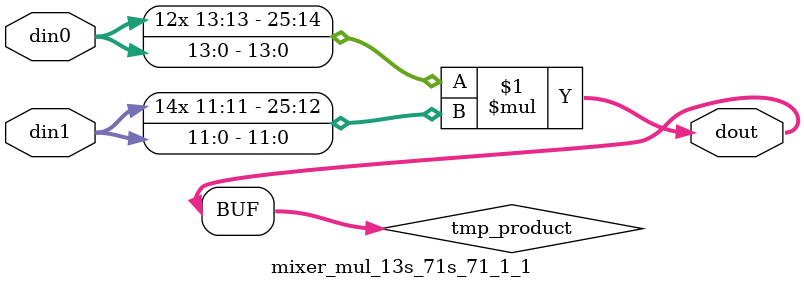
<source format=v>

`timescale 1 ns / 1 ps

 module mixer_mul_13s_71s_71_1_1(din0, din1, dout);
parameter ID = 1;
parameter NUM_STAGE = 0;
parameter din0_WIDTH = 14;
parameter din1_WIDTH = 12;
parameter dout_WIDTH = 26;

input [din0_WIDTH - 1 : 0] din0; 
input [din1_WIDTH - 1 : 0] din1; 
output [dout_WIDTH - 1 : 0] dout;

wire signed [dout_WIDTH - 1 : 0] tmp_product;



























assign tmp_product = $signed(din0) * $signed(din1);








assign dout = tmp_product;





















endmodule

</source>
